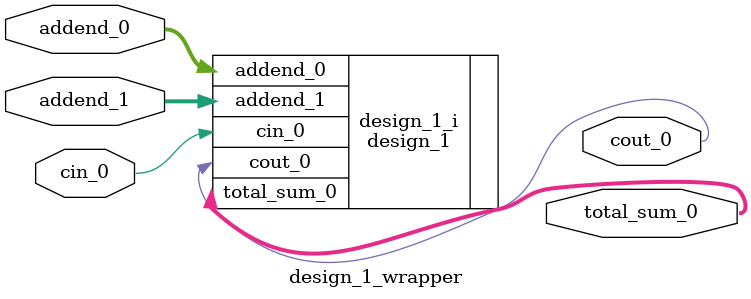
<source format=v>
`timescale 1 ps / 1 ps

module design_1_wrapper
   (addend_0,
    addend_1,
    cin_0,
    cout_0,
    total_sum_0);
  input [8:0]addend_0;
  input [8:0]addend_1;
  input cin_0;
  output cout_0;
  output [10:0]total_sum_0;

  wire [8:0]addend_0;
  wire [8:0]addend_1;
  wire cin_0;
  wire cout_0;
  wire [10:0]total_sum_0;

  design_1 design_1_i
       (.addend_0(addend_0),
        .addend_1(addend_1),
        .cin_0(cin_0),
        .cout_0(cout_0),
        .total_sum_0(total_sum_0));
endmodule

</source>
